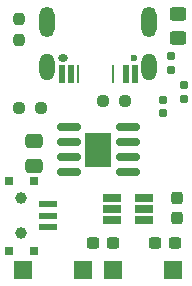
<source format=gbr>
%TF.GenerationSoftware,KiCad,Pcbnew,7.0.7*%
%TF.CreationDate,2023-09-27T10:33:14+01:00*%
%TF.ProjectId,tp4650+10a45,74703436-3530-42b3-9130-6134352e6b69,rev?*%
%TF.SameCoordinates,Original*%
%TF.FileFunction,Soldermask,Top*%
%TF.FilePolarity,Negative*%
%FSLAX46Y46*%
G04 Gerber Fmt 4.6, Leading zero omitted, Abs format (unit mm)*
G04 Created by KiCad (PCBNEW 7.0.7) date 2023-09-27 10:33:14*
%MOMM*%
%LPD*%
G01*
G04 APERTURE LIST*
G04 Aperture macros list*
%AMRoundRect*
0 Rectangle with rounded corners*
0 $1 Rounding radius*
0 $2 $3 $4 $5 $6 $7 $8 $9 X,Y pos of 4 corners*
0 Add a 4 corners polygon primitive as box body*
4,1,4,$2,$3,$4,$5,$6,$7,$8,$9,$2,$3,0*
0 Add four circle primitives for the rounded corners*
1,1,$1+$1,$2,$3*
1,1,$1+$1,$4,$5*
1,1,$1+$1,$6,$7*
1,1,$1+$1,$8,$9*
0 Add four rect primitives between the rounded corners*
20,1,$1+$1,$2,$3,$4,$5,0*
20,1,$1+$1,$4,$5,$6,$7,0*
20,1,$1+$1,$6,$7,$8,$9,0*
20,1,$1+$1,$8,$9,$2,$3,0*%
G04 Aperture macros list end*
%ADD10R,1.500000X1.500000*%
%ADD11RoundRect,0.237500X0.237500X-0.300000X0.237500X0.300000X-0.237500X0.300000X-0.237500X-0.300000X0*%
%ADD12RoundRect,0.250000X0.450000X-0.325000X0.450000X0.325000X-0.450000X0.325000X-0.450000X-0.325000X0*%
%ADD13RoundRect,0.237500X0.237500X-0.250000X0.237500X0.250000X-0.237500X0.250000X-0.237500X-0.250000X0*%
%ADD14RoundRect,0.155000X-0.155000X0.212500X-0.155000X-0.212500X0.155000X-0.212500X0.155000X0.212500X0*%
%ADD15RoundRect,0.250000X0.475000X-0.337500X0.475000X0.337500X-0.475000X0.337500X-0.475000X-0.337500X0*%
%ADD16RoundRect,0.237500X-0.300000X-0.237500X0.300000X-0.237500X0.300000X0.237500X-0.300000X0.237500X0*%
%ADD17O,1.300000X2.600000*%
%ADD18O,1.300000X2.300000*%
%ADD19R,0.270000X1.500000*%
%ADD20R,0.520000X1.500000*%
%ADD21O,0.850000X0.600000*%
%ADD22C,0.600000*%
%ADD23R,2.290000X3.000000*%
%ADD24RoundRect,0.150000X-0.825000X-0.150000X0.825000X-0.150000X0.825000X0.150000X-0.825000X0.150000X0*%
%ADD25R,0.800000X0.800000*%
%ADD26R,1.500000X0.600000*%
%ADD27C,1.000000*%
%ADD28R,1.560000X0.650000*%
%ADD29RoundRect,0.160000X0.160000X-0.197500X0.160000X0.197500X-0.160000X0.197500X-0.160000X-0.197500X0*%
%ADD30RoundRect,0.160000X-0.160000X0.197500X-0.160000X-0.197500X0.160000X-0.197500X0.160000X0.197500X0*%
%ADD31RoundRect,0.237500X-0.250000X-0.237500X0.250000X-0.237500X0.250000X0.237500X-0.250000X0.237500X0*%
%ADD32RoundRect,0.237500X0.250000X0.237500X-0.250000X0.237500X-0.250000X-0.237500X0.250000X-0.237500X0*%
G04 APERTURE END LIST*
D10*
%TO.C,+*%
X131673600Y-97180400D03*
%TD*%
%TO.C,B+*%
X136753600Y-97155000D03*
%TD*%
%TO.C,-*%
X144373600Y-97180400D03*
%TD*%
%TO.C,B-*%
X139293600Y-97170240D03*
%TD*%
D11*
%TO.C,C2*%
X144653000Y-92759700D03*
X144653000Y-91034700D03*
%TD*%
D12*
%TO.C,D1*%
X144780000Y-77529800D03*
X144780000Y-75479800D03*
%TD*%
D13*
%TO.C,R7*%
X131267200Y-77720200D03*
X131267200Y-75895200D03*
%TD*%
D14*
%TO.C,C3*%
X143510000Y-82744500D03*
X143510000Y-83879500D03*
%TD*%
D15*
%TO.C,C1*%
X132537200Y-86258400D03*
X132537200Y-88333400D03*
%TD*%
D16*
%TO.C,C4*%
X137543200Y-94843600D03*
X139268200Y-94843600D03*
%TD*%
D17*
%TO.C,P1*%
X133703600Y-76116800D03*
D18*
X133703600Y-79941800D03*
D17*
X142343600Y-76116800D03*
D18*
X142343600Y-79941800D03*
D19*
X139273600Y-80568800D03*
D20*
X134923600Y-80568800D03*
X135673600Y-80568800D03*
D19*
X136273600Y-80568800D03*
D20*
X140373600Y-80568800D03*
X141123600Y-80568800D03*
D21*
X135023600Y-79216800D03*
D22*
X141023600Y-79216800D03*
%TD*%
D23*
%TO.C,U2*%
X138023600Y-86969600D03*
D24*
X140498600Y-85064600D03*
X140498600Y-86334600D03*
X140498600Y-87604600D03*
X140498600Y-88874600D03*
X135548600Y-88874600D03*
X135548600Y-87604600D03*
X135548600Y-86334600D03*
X135548600Y-85064600D03*
%TD*%
D25*
%TO.C,SW1*%
X130479800Y-95554800D03*
X132549600Y-95554800D03*
X130479800Y-89654800D03*
X132562300Y-89654800D03*
D26*
X133729800Y-93554800D03*
X133729800Y-92554800D03*
X133729800Y-91554800D03*
D27*
X131479800Y-94054800D03*
X131479800Y-91054800D03*
%TD*%
D28*
%TO.C,U1*%
X141862800Y-91048800D03*
X141862800Y-91998800D03*
X141862800Y-92948800D03*
X139162800Y-92948800D03*
X139162800Y-91998800D03*
X139162800Y-91048800D03*
%TD*%
D29*
%TO.C,R9*%
X144170400Y-80251900D03*
X144170400Y-79056900D03*
%TD*%
D30*
%TO.C,R1*%
X145237200Y-81483200D03*
X145237200Y-82678200D03*
%TD*%
D16*
%TO.C,C5*%
X144500600Y-94843600D03*
X142775600Y-94843600D03*
%TD*%
D31*
%TO.C,R8*%
X138431900Y-82854800D03*
X140256900Y-82854800D03*
%TD*%
D32*
%TO.C,R3*%
X133146800Y-83464400D03*
X131321800Y-83464400D03*
%TD*%
M02*

</source>
